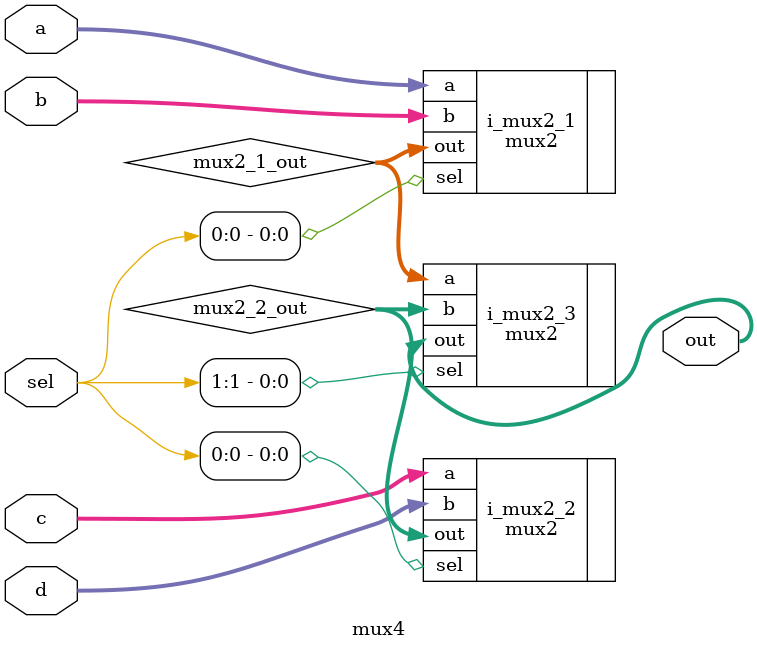
<source format=sv>
module mux4
#(
    parameter DW = 32
)
(
    input  logic [DW-1:0] a,
    input  logic [DW-1:0] b,
    input  logic [DW-1:0] c,
    input  logic [DW-1:0] d,
    input  logic [1:0]    sel,
    output logic [DW-1:0] out
);

// assign out = (sel[1]) ? (sel[0] ? d : c) : (sel[0] ? b : a);

wire [DW-1:0] mux2_1_out;
wire [DW-1:0] mux2_2_out;

mux2 #(.DW(DW)) i_mux2_1 (.a(a), .b(b), .sel(sel[0]), .out(mux2_1_out));
mux2 #(.DW(DW)) i_mux2_2 (.a(c), .b(d), .sel(sel[0]), .out(mux2_2_out));

mux2 #(.DW(DW)) i_mux2_3 (.a(mux2_1_out), .b(mux2_2_out), .sel(sel[1]), .out(out));

endmodule
</source>
